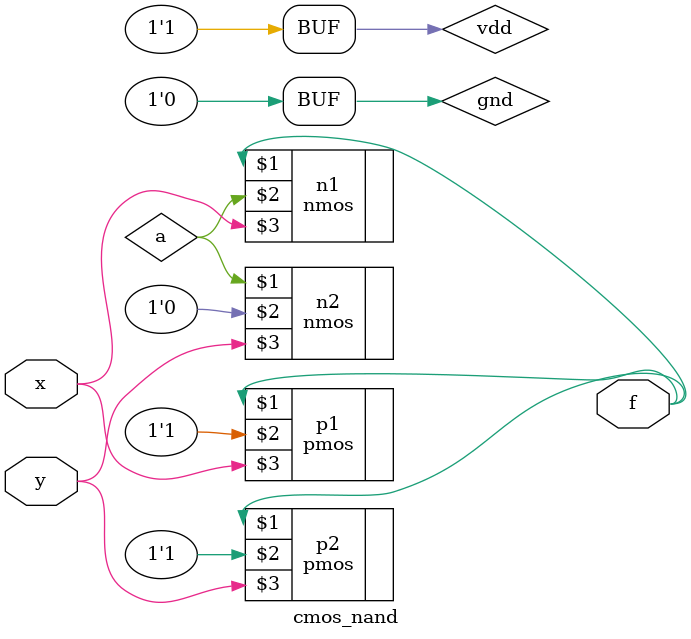
<source format=v>
module cmos_nand(x , y ,f);
    input x, y;
    output f;
    supply1 vdd;  // Vdd = max supply voltage
    supply0 gnd;  // ground = 0
    wire a;
    pmos p1(f, vdd, x);
    pmos p2(f, vdd, y);
    nmos n1(f, a, x);
    nmos n2(a, gnd, y);
endmodule
</source>
